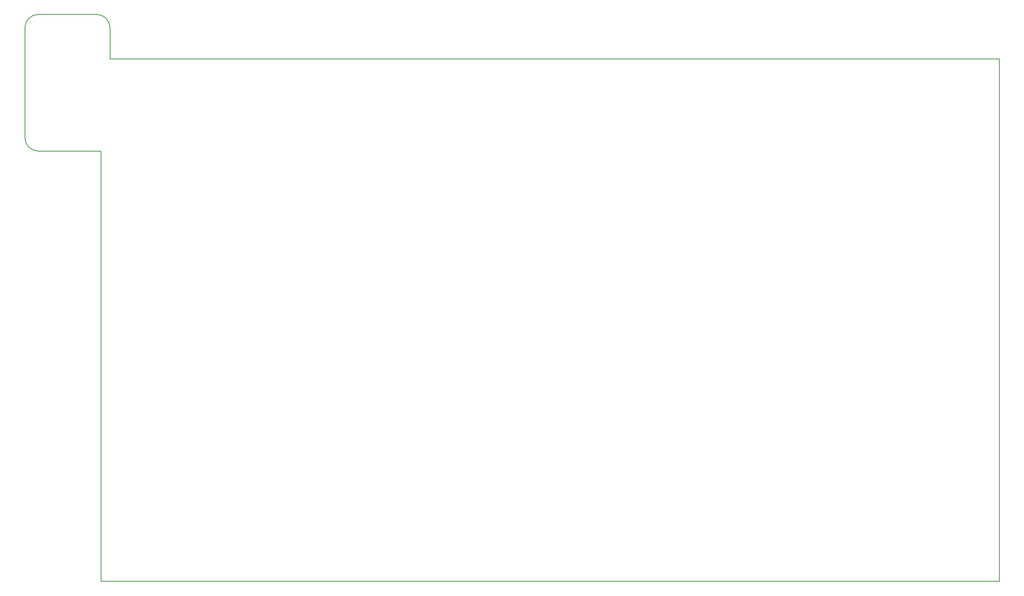
<source format=gm1>
G04 #@! TF.GenerationSoftware,KiCad,Pcbnew,5.1.12-1.fc34*
G04 #@! TF.CreationDate,2021-12-19T18:48:49+02:00*
G04 #@! TF.ProjectId,slash_right,736c6173-685f-4726-9967-68742e6b6963,rev?*
G04 #@! TF.SameCoordinates,Original*
G04 #@! TF.FileFunction,Profile,NP*
%FSLAX46Y46*%
G04 Gerber Fmt 4.6, Leading zero omitted, Abs format (unit mm)*
G04 Created by KiCad (PCBNEW 5.1.12-1.fc34) date 2021-12-19 18:48:49*
%MOMM*%
%LPD*%
G01*
G04 APERTURE LIST*
G04 #@! TA.AperFunction,Profile*
%ADD10C,0.200000*%
G04 #@! TD*
G04 APERTURE END LIST*
D10*
X36855000Y-29237650D02*
X36855000Y-53837650D01*
X53906000Y-56837650D02*
X53906000Y-153250000D01*
X52906000Y-26237650D02*
G75*
G02*
X55906000Y-29237650I0J-3000000D01*
G01*
X55906000Y-36237650D02*
X55906000Y-29237650D01*
X39855000Y-56837650D02*
G75*
G02*
X36855000Y-53837650I0J3000000D01*
G01*
X39855000Y-56837650D02*
X53906000Y-56837650D01*
X36855000Y-29237650D02*
G75*
G02*
X39855000Y-26237650I3000000J0D01*
G01*
X53906000Y-153250000D02*
X254880000Y-153250000D01*
X52906000Y-26237650D02*
X39855000Y-26237650D01*
X254880000Y-36237650D02*
X55906000Y-36237650D01*
X254880000Y-153250000D02*
X254880000Y-36237650D01*
M02*

</source>
